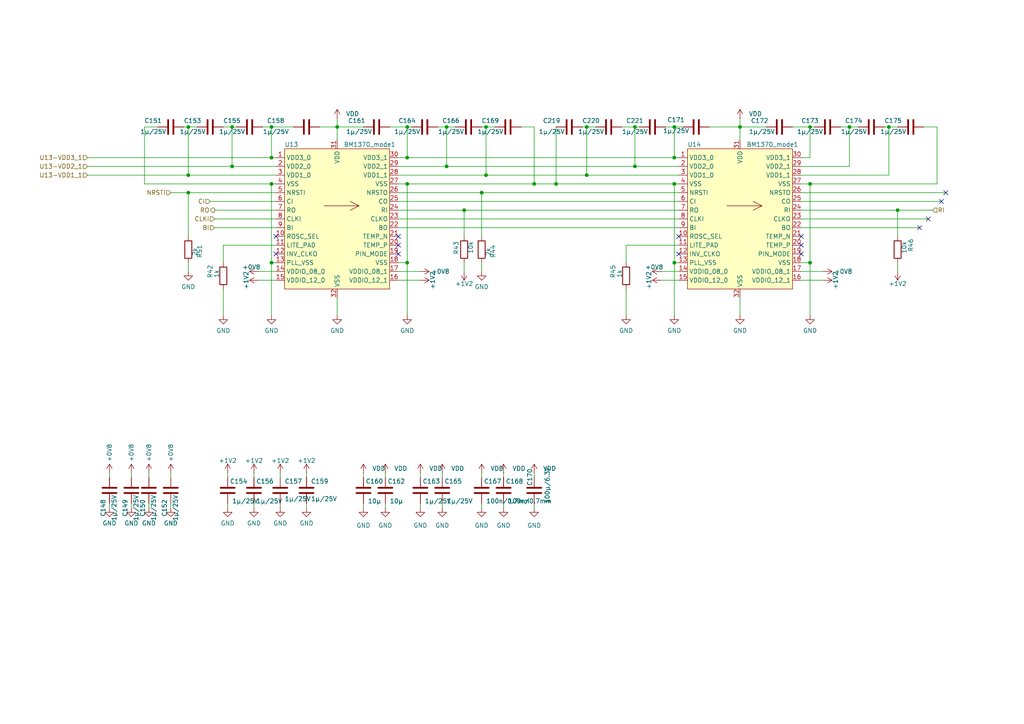
<source format=kicad_sch>
(kicad_sch (version 20231120) (generator "eeschema") (generator_version "8.0")
  (paper "A4")
  (lib_symbols
    (symbol "Device:C" (pin_numbers hide) (pin_names (offset 0.254))
      (property "Reference" "C" (at 0.635 2.54 0))
      (property "Value" "C" (at 0.635 -2.54 0))
      (symbol "C_0_1"
        (polyline (pts (xy -2.032 -0.762) (xy 2.032 -0.762)) (stroke (width 0.508)))
        (polyline (pts (xy -2.032 0.762) (xy 2.032 0.762)) (stroke (width 0.508)))
      )
      (symbol "C_1_1"
        (pin passive line (at 0 3.81 270) (length 2.794) (name "~") (number "1"))
        (pin passive line (at 0 -3.81 90) (length 2.794) (name "~") (number "2"))
      )
    )
    (symbol "Device:R" (pin_numbers hide) (pin_names (offset 0))
      (property "Reference" "R" (at 2.032 0 90))
      (property "Value" "R" (at 0 0 90))
      (symbol "R_0_1"
        (rectangle (start -1.016 -2.54) (end 1.016 2.54) (stroke (width 0.254)))
      )
      (symbol "R_1_1"
        (pin passive line (at 0 3.81 270) (length 1.27) (name "~") (number "1"))
        (pin passive line (at 0 -3.81 90) (length 1.27) (name "~") (number "2"))
      )
    )
    (symbol "GND_7" (power) (pin_names (offset 0))
      (property "Value" "GND_7" (at 0 -3.81 0))
      (symbol "GND_7_0_1"
        (polyline (pts (xy 0 0) (xy 0 -1.27) (xy 1.27 -1.27) (xy 0 -2.54) (xy -1.27 -1.27) (xy 0 -1.27)))
      )
      (symbol "GND_7_1_1"
        (pin power_in line (at 0 0 270) (length 0) hide (name "GND") (number "1"))
      )
    )
    (symbol "bitaxe:BM1370_mode1"
      (property "Reference" "U4" (at -15.24 21.59 0))
      (property "Value" "BM1370_mode1" (at 1.905 21.59 0))
      (symbol "BM1370_mode1_0_1"
        (rectangle (start -15.24 20.32) (end 15.24 -20.32) (fill (type background)))
        (polyline (pts (xy -3.81 3.81) (xy 6.35 3.81)))
        (polyline (pts (xy 3.81 2.54) (xy 6.35 3.81)))
        (polyline (pts (xy 3.81 5.08) (xy 6.35 3.81)))
      )
      (symbol "BM1370_mode1_1_1"
        (pin power_in line (at -17.78 17.78 0) (length 2.54) (name "VDD3_0") (number "1"))
        (pin unspecified line (at -17.78 -5.08 0) (length 2.54) (name "ROSC_SEL") (number "10"))
        (pin unspecified line (at -17.78 -7.62 0) (length 2.54) (name "LITE_PAD") (number "11"))
        (pin unspecified line (at -17.78 -10.16 0) (length 2.54) (name "INV_CLKO") (number "12"))
        (pin power_in line (at -17.78 -12.7 0) (length 2.54) (name "PLL_VSS") (number "13"))
        (pin power_in line (at -17.78 -15.24 0) (length 2.54) (name "VDDIO_08_0") (number "14"))
        (pin power_in line (at -17.78 -17.78 0) (length 2.54) (name "VDDIO_12_0") (number "15"))
        (pin power_in line (at 17.78 -17.78 180) (length 2.54) (name "VDDIO_12_1") (number "16"))
        (pin power_in line (at 17.78 -15.24 180) (length 2.54) (name "VDDIO_08_1") (number "17"))
        (pin power_in line (at 17.78 -12.7 180) (length 2.54) (name "VSS") (number "18"))
        (pin input line (at 17.78 -10.16 180) (length 2.54) (name "PIN_MODE") (number "19"))
        (pin power_in line (at -17.78 15.24 0) (length 2.54) (name "VDD2_0") (number "2"))
        (pin unspecified line (at 17.78 -7.62 180) (length 2.54) (name "TEMP_P") (number "20"))
        (pin unspecified line (at 17.78 -5.08 180) (length 2.54) (name "TEMP_N") (number "21"))
        (pin output line (at 17.78 -2.54 180) (length 2.54) (name "BO") (number "22"))
        (pin output line (at 17.78 0 180) (length 2.54) (name "CLKO") (number "23"))
        (pin input line (at 17.78 2.54 180) (length 2.54) (name "RI") (number "24"))
        (pin output line (at 17.78 5.08 180) (length 2.54) (name "CO") (number "25"))
        (pin output line (at 17.78 7.62 180) (length 2.54) (name "NRSTO") (number "26"))
        (pin power_in line (at 17.78 10.16 180) (length 2.54) (name "VSS") (number "27"))
        (pin power_in line (at 17.78 12.7 180) (length 2.54) (name "VDD1_1") (number "28"))
        (pin power_in line (at 17.78 15.24 180) (length 2.54) (name "VDD2_1") (number "29"))
        (pin power_in line (at -17.78 12.7 0) (length 2.54) (name "VDD1_0") (number "3"))
        (pin power_in line (at 17.78 17.78 180) (length 2.54) (name "VDD3_1") (number "30"))
        (pin power_in line (at 0 22.86 270) (length 2.54) (name "VDD") (number "31"))
        (pin power_in line (at 0 -22.86 90) (length 2.54) (name "VSS") (number "32"))
        (pin power_in line (at -17.78 10.16 0) (length 2.54) (name "VSS") (number "4"))
        (pin input line (at -17.78 7.62 0) (length 2.54) (name "NRSTI") (number "5"))
        (pin input line (at -17.78 5.08 0) (length 2.54) (name "CI") (number "6"))
        (pin output line (at -17.78 2.54 0) (length 2.54) (name "RO") (number "7"))
        (pin input line (at -17.78 0 0) (length 2.54) (name "CLKI") (number "8"))
        (pin input line (at -17.78 -2.54 0) (length 2.54) (name "BI") (number "9"))
      )
    )
    (symbol "mylib7:+0V8" (power) (exclude_from_sim yes) (in_bom no) (on_board no)
      (property "Value" "+0V8" (at 0 3.175 90))
      (symbol "+0V8_0_1"
        (polyline (pts (xy -0.762 1.27) (xy 0 2.54)))
        (polyline (pts (xy 0 0) (xy 0 2.54)))
        (polyline (pts (xy 0 2.54) (xy 0.762 1.27)))
      )
      (symbol "+0V8_1_1"
        (pin power_in line (at 0 0 90) (length 0) hide (name "+0V8") (number "1"))
      )
    )
    (symbol "power:+1V2" (power) (pin_numbers hide) (pin_names (offset 0) hide)
      (property "Value" "+1V2" (at 0 3.556 0))
      (symbol "+1V2_0_1"
        (polyline (pts (xy -0.762 1.27) (xy 0 2.54)))
        (polyline (pts (xy 0 0) (xy 0 2.54)))
        (polyline (pts (xy 0 2.54) (xy 0.762 1.27)))
      )
      (symbol "+1V2_1_1"
        (pin power_in line (at 0 0 90) (length 0) (name "~") (number "1"))
      )
    )
    (symbol "power:GND" (power) (pin_names (offset 0))
      (property "Value" "GND" (at 0 -3.81 0))
      (symbol "GND_0_1"
        (polyline (pts (xy 0 0) (xy 0 -1.27) (xy 1.27 -1.27) (xy 0 -2.54) (xy -1.27 -1.27) (xy 0 -1.27)))
      )
      (symbol "GND_1_1"
        (pin power_in line (at 0 0 270) (length 0) hide (name "GND") (number "1"))
      )
    )
    (symbol "power:VDD" (power) (pin_numbers hide) (pin_names (offset 0) hide)
      (property "Value" "VDD" (at 0 3.556 0))
      (symbol "VDD_0_1"
        (polyline (pts (xy -0.762 1.27) (xy 0 2.54)))
        (polyline (pts (xy 0 0) (xy 0 2.54)))
        (polyline (pts (xy 0 2.54) (xy 0.762 1.27)))
      )
      (symbol "VDD_1_1"
        (pin power_in line (at 0 0 90) (length 0) (name "~") (number "1"))
      )
    )
  )
  (junction (at 118.11 45.72))
  (junction (at 184.15 36.83))
  (junction (at 67.31 36.83))
  (junction (at 118.11 36.83))
  (junction (at 170.18 50.8))
  (junction (at 246.38 36.83))
  (junction (at 257.81 36.83))
  (junction (at 78.74 76.2))
  (junction (at 140.97 50.8))
  (junction (at 154.94 53.34))
  (junction (at 195.58 36.83))
  (junction (at 54.61 50.8))
  (junction (at 139.7 55.88))
  (junction (at 134.62 60.96))
  (junction (at 54.61 55.88))
  (junction (at 67.31 48.26))
  (junction (at 234.95 53.34))
  (junction (at 78.74 45.72))
  (junction (at 234.95 76.2))
  (junction (at 97.79 36.83))
  (junction (at 78.74 36.83))
  (junction (at 195.58 45.72))
  (junction (at 129.54 36.83))
  (junction (at 184.15 48.26))
  (junction (at 118.11 53.34))
  (junction (at 214.63 36.83))
  (junction (at 78.74 53.34))
  (junction (at 195.58 76.2))
  (junction (at 118.11 76.2))
  (junction (at 140.97 36.83))
  (junction (at 260.35 60.96))
  (junction (at 234.95 36.83))
  (junction (at 129.54 48.26))
  (junction (at 54.61 36.83))
  (junction (at 170.18 36.83))
  (junction (at 161.29 53.34))
  (junction (at 195.58 53.34))
  (no_connect (at 266.7 66.04))
  (no_connect (at 196.85 68.58))
  (no_connect (at 115.57 68.58))
  (no_connect (at 115.57 73.66))
  (no_connect (at 196.85 73.66))
  (no_connect (at 269.24 63.5))
  (no_connect (at 232.41 73.66))
  (no_connect (at 115.57 71.12))
  (no_connect (at 232.41 71.12))
  (no_connect (at 274.32 55.88))
  (no_connect (at 80.01 68.58))
  (no_connect (at 80.01 73.66))
  (no_connect (at 273.05 58.42))
  (no_connect (at 232.41 68.58))
  (wire (pts (xy 115.57 50.8) (xy 140.97 50.8)))
  (wire (pts (xy 139.7 146.05) (xy 139.7 147.32)))
  (wire (pts (xy 170.18 36.83) (xy 172.72 36.83)))
  (wire (pts (xy 78.74 45.72) (xy 80.01 45.72)))
  (wire (pts (xy 260.35 60.96) (xy 260.35 68.58)))
  (wire (pts (xy 271.78 53.34) (xy 271.78 36.83)))
  (wire (pts (xy 196.85 53.34) (xy 195.58 53.34)))
  (wire (pts (xy 154.94 36.83) (xy 151.13 36.83)))
  (wire (pts (xy 234.95 53.34) (xy 234.95 76.2)))
  (wire (pts (xy 246.38 48.26) (xy 246.38 36.83)))
  (wire (pts (xy 74.93 81.28) (xy 80.01 81.28)))
  (wire (pts (xy 234.95 53.34) (xy 271.78 53.34)))
  (wire (pts (xy 181.61 71.12) (xy 196.85 71.12)))
  (wire (pts (xy 214.63 34.29) (xy 214.63 36.83)))
  (wire (pts (xy 88.9 146.05) (xy 88.9 147.32)))
  (wire (pts (xy 121.92 146.05) (xy 121.92 147.32)))
  (wire (pts (xy 234.95 36.83) (xy 236.22 36.83)))
  (wire (pts (xy 191.77 81.28) (xy 196.85 81.28)))
  (wire (pts (xy 260.35 76.2) (xy 260.35 78.74)))
  (wire (pts (xy 232.41 53.34) (xy 234.95 53.34)))
  (wire (pts (xy 134.62 60.96) (xy 196.85 60.96)))
  (wire (pts (xy 97.79 34.29) (xy 97.79 36.83)))
  (wire (pts (xy 198.12 36.83) (xy 195.58 36.83)))
  (wire (pts (xy 181.61 83.82) (xy 181.61 91.44)))
  (wire (pts (xy 195.58 76.2) (xy 195.58 91.44)))
  (wire (pts (xy 88.9 138.43) (xy 88.9 137.16)))
  (wire (pts (xy 97.79 86.36) (xy 97.79 91.44)))
  (wire (pts (xy 161.29 53.34) (xy 195.58 53.34)))
  (wire (pts (xy 154.94 53.34) (xy 154.94 36.83)))
  (wire (pts (xy 139.7 36.83) (xy 140.97 36.83)))
  (wire (pts (xy 118.11 53.34) (xy 154.94 53.34)))
  (wire (pts (xy 154.94 53.34) (xy 161.29 53.34)))
  (wire (pts (xy 118.11 76.2) (xy 118.11 91.44)))
  (wire (pts (xy 43.18 137.16) (xy 43.18 138.43)))
  (wire (pts (xy 78.74 76.2) (xy 78.74 91.44)))
  (wire (pts (xy 78.74 53.34) (xy 78.74 76.2)))
  (wire (pts (xy 78.74 53.34) (xy 41.91 53.34)))
  (wire (pts (xy 128.27 146.05) (xy 128.27 147.32)))
  (wire (pts (xy 49.53 137.16) (xy 49.53 138.43)))
  (wire (pts (xy 64.77 71.12) (xy 64.77 76.2)))
  (wire (pts (xy 67.31 36.83) (xy 68.58 36.83)))
  (wire (pts (xy 115.57 66.04) (xy 196.85 66.04)))
  (wire (pts (xy 128.27 137.16) (xy 128.27 138.43)))
  (wire (pts (xy 73.66 137.16) (xy 73.66 138.43)))
  (wire (pts (xy 134.62 60.96) (xy 134.62 68.58)))
  (wire (pts (xy 191.77 78.74) (xy 196.85 78.74)))
  (wire (pts (xy 97.79 36.83) (xy 97.79 40.64)))
  (wire (pts (xy 271.78 36.83) (xy 267.97 36.83)))
  (wire (pts (xy 113.03 36.83) (xy 118.11 36.83)))
  (wire (pts (xy 115.57 45.72) (xy 118.11 45.72)))
  (wire (pts (xy 234.95 45.72) (xy 234.95 36.83)))
  (wire (pts (xy 31.75 137.16) (xy 31.75 138.43)))
  (wire (pts (xy 41.91 53.34) (xy 41.91 36.83)))
  (wire (pts (xy 54.61 76.2) (xy 54.61 78.74)))
  (wire (pts (xy 111.76 146.05) (xy 111.76 147.32)))
  (wire (pts (xy 154.94 137.16) (xy 154.94 138.43)))
  (wire (pts (xy 170.18 50.8) (xy 196.85 50.8)))
  (wire (pts (xy 81.28 138.43) (xy 81.28 137.16)))
  (wire (pts (xy 129.54 48.26) (xy 129.54 36.83)))
  (wire (pts (xy 54.61 36.83) (xy 57.15 36.83)))
  (wire (pts (xy 115.57 78.74) (xy 121.92 78.74)))
  (wire (pts (xy 232.41 76.2) (xy 234.95 76.2)))
  (wire (pts (xy 78.74 36.83) (xy 85.09 36.83)))
  (wire (pts (xy 31.75 146.05) (xy 31.75 147.32)))
  (wire (pts (xy 184.15 36.83) (xy 184.15 48.26)))
  (wire (pts (xy 129.54 48.26) (xy 184.15 48.26)))
  (wire (pts (xy 64.77 71.12) (xy 80.01 71.12)))
  (wire (pts (xy 232.41 55.88) (xy 274.32 55.88)))
  (wire (pts (xy 269.24 63.5) (xy 232.41 63.5)))
  (wire (pts (xy 38.1 146.05) (xy 38.1 147.32)))
  (wire (pts (xy 54.61 50.8) (xy 80.01 50.8)))
  (wire (pts (xy 115.57 53.34) (xy 118.11 53.34)))
  (wire (pts (xy 54.61 50.8) (xy 54.61 36.83)))
  (wire (pts (xy 115.57 81.28) (xy 121.92 81.28)))
  (wire (pts (xy 38.1 137.16) (xy 38.1 138.43)))
  (wire (pts (xy 257.81 36.83) (xy 260.35 36.83)))
  (wire (pts (xy 181.61 71.12) (xy 181.61 76.2)))
  (wire (pts (xy 161.29 36.83) (xy 161.29 53.34)))
  (wire (pts (xy 25.4 50.8) (xy 54.61 50.8)))
  (wire (pts (xy 195.58 76.2) (xy 196.85 76.2)))
  (wire (pts (xy 256.54 36.83) (xy 257.81 36.83)))
  (wire (pts (xy 232.41 81.28) (xy 238.76 81.28)))
  (wire (pts (xy 180.34 36.83) (xy 184.15 36.83)))
  (wire (pts (xy 232.41 66.04) (xy 266.7 66.04)))
  (wire (pts (xy 146.05 137.16) (xy 146.05 138.43)))
  (wire (pts (xy 64.77 83.82) (xy 64.77 91.44)))
  (wire (pts (xy 54.61 55.88) (xy 54.61 68.58)))
  (wire (pts (xy 25.4 45.72) (xy 78.74 45.72)))
  (wire (pts (xy 214.63 36.83) (xy 222.25 36.83)))
  (wire (pts (xy 170.18 36.83) (xy 170.18 50.8)))
  (wire (pts (xy 62.23 63.5) (xy 80.01 63.5)))
  (wire (pts (xy 195.58 45.72) (xy 196.85 45.72)))
  (wire (pts (xy 140.97 36.83) (xy 143.51 36.83)))
  (wire (pts (xy 41.91 36.83) (xy 45.72 36.83)))
  (wire (pts (xy 195.58 53.34) (xy 195.58 76.2)))
  (wire (pts (xy 115.57 58.42) (xy 196.85 58.42)))
  (wire (pts (xy 127 36.83) (xy 129.54 36.83)))
  (wire (pts (xy 140.97 50.8) (xy 170.18 50.8)))
  (wire (pts (xy 232.41 48.26) (xy 246.38 48.26)))
  (wire (pts (xy 67.31 48.26) (xy 67.31 36.83)))
  (wire (pts (xy 115.57 48.26) (xy 129.54 48.26)))
  (wire (pts (xy 168.91 36.83) (xy 170.18 36.83)))
  (wire (pts (xy 115.57 60.96) (xy 134.62 60.96)))
  (wire (pts (xy 139.7 76.2) (xy 139.7 78.74)))
  (wire (pts (xy 74.93 78.74) (xy 80.01 78.74)))
  (wire (pts (xy 43.18 146.05) (xy 43.18 147.32)))
  (wire (pts (xy 232.41 45.72) (xy 234.95 45.72)))
  (wire (pts (xy 205.74 36.83) (xy 214.63 36.83)))
  (wire (pts (xy 25.4 48.26) (xy 67.31 48.26)))
  (wire (pts (xy 111.76 137.16) (xy 111.76 138.43)))
  (wire (pts (xy 62.23 66.04) (xy 80.01 66.04)))
  (wire (pts (xy 118.11 36.83) (xy 119.38 36.83)))
  (wire (pts (xy 64.77 36.83) (xy 67.31 36.83)))
  (wire (pts (xy 118.11 45.72) (xy 195.58 45.72)))
  (wire (pts (xy 214.63 86.36) (xy 214.63 91.44)))
  (wire (pts (xy 195.58 36.83) (xy 195.58 45.72)))
  (wire (pts (xy 67.31 48.26) (xy 80.01 48.26)))
  (wire (pts (xy 105.41 137.16) (xy 105.41 138.43)))
  (wire (pts (xy 232.41 78.74) (xy 238.76 78.74)))
  (wire (pts (xy 92.71 36.83) (xy 97.79 36.83)))
  (wire (pts (xy 115.57 63.5) (xy 196.85 63.5)))
  (wire (pts (xy 62.23 60.96) (xy 80.01 60.96)))
  (wire (pts (xy 105.41 146.05) (xy 105.41 147.32)))
  (wire (pts (xy 140.97 50.8) (xy 140.97 36.83)))
  (wire (pts (xy 229.87 36.83) (xy 234.95 36.83)))
  (wire (pts (xy 73.66 146.05) (xy 73.66 147.32)))
  (wire (pts (xy 243.84 36.83) (xy 246.38 36.83)))
  (wire (pts (xy 134.62 76.2) (xy 134.62 78.74)))
  (wire (pts (xy 139.7 55.88) (xy 196.85 55.88)))
  (wire (pts (xy 234.95 76.2) (xy 234.95 91.44)))
  (wire (pts (xy 129.54 36.83) (xy 132.08 36.83)))
  (wire (pts (xy 53.34 36.83) (xy 54.61 36.83)))
  (wire (pts (xy 49.53 146.05) (xy 49.53 147.32)))
  (wire (pts (xy 214.63 36.83) (xy 214.63 40.64)))
  (wire (pts (xy 139.7 55.88) (xy 139.7 68.58)))
  (wire (pts (xy 54.61 55.88) (xy 80.01 55.88)))
  (wire (pts (xy 78.74 76.2) (xy 80.01 76.2)))
  (wire (pts (xy 118.11 45.72) (xy 118.11 36.83)))
  (wire (pts (xy 232.41 60.96) (xy 260.35 60.96)))
  (wire (pts (xy 273.05 58.42) (xy 232.41 58.42)))
  (wire (pts (xy 66.04 146.05) (xy 66.04 147.32)))
  (wire (pts (xy 115.57 55.88) (xy 139.7 55.88)))
  (wire (pts (xy 184.15 36.83) (xy 185.42 36.83)))
  (wire (pts (xy 81.28 146.05) (xy 81.28 147.32)))
  (wire (pts (xy 257.81 50.8) (xy 257.81 36.83)))
  (wire (pts (xy 60.96 58.42) (xy 80.01 58.42)))
  (wire (pts (xy 139.7 137.16) (xy 139.7 138.43)))
  (wire (pts (xy 76.2 36.83) (xy 78.74 36.83)))
  (wire (pts (xy 115.57 76.2) (xy 118.11 76.2)))
  (wire (pts (xy 193.04 36.83) (xy 195.58 36.83)))
  (wire (pts (xy 121.92 137.16) (xy 121.92 138.43)))
  (wire (pts (xy 146.05 146.05) (xy 146.05 147.32)))
  (wire (pts (xy 232.41 50.8) (xy 257.81 50.8)))
  (wire (pts (xy 118.11 53.34) (xy 118.11 76.2)))
  (wire (pts (xy 184.15 48.26) (xy 196.85 48.26)))
  (wire (pts (xy 246.38 36.83) (xy 248.92 36.83)))
  (wire (pts (xy 260.35 60.96) (xy 270.51 60.96)))
  (wire (pts (xy 97.79 36.83) (xy 105.41 36.83)))
  (wire (pts (xy 66.04 137.16) (xy 66.04 138.43)))
  (wire (pts (xy 78.74 36.83) (xy 78.74 45.72)))
  (wire (pts (xy 80.01 53.34) (xy 78.74 53.34)))
  (wire (pts (xy 49.53 55.88) (xy 54.61 55.88)))
  (wire (pts (xy 154.94 146.05) (xy 154.94 147.32)))
  (hierarchical_label "RI" (shape input) (at 270.51 60.96 0))
  (hierarchical_label "BI" (shape input) (at 62.23 66.04 180))
  (hierarchical_label "CI" (shape input) (at 60.96 58.42 180))
  (hierarchical_label "RO" (shape output) (at 62.23 60.96 180))
  (hierarchical_label "NRSTI" (shape input) (at 49.53 55.88 180))
  (hierarchical_label "U13-VDD1_1" (shape input) (at 25.4 50.8 180))
  (hierarchical_label "U13-VDD3_1" (shape input) (at 25.4 45.72 180))
  (hierarchical_label "CLKI" (shape input) (at 62.23 63.5 180))
  (hierarchical_label "U13-VDD2_1" (shape input) (at 25.4 48.26 180))
  (symbol (lib_id "power:VDD") (at 139.7 137.16 0) (unit 1)
    (property "Reference" "#PWR0303" (effects (hide yes)))
    (property "Value" "VDD" (at 142.24 135.8899 0) (effects (justify left)))
    (property "Description" "Power symbol creates a global label with name \"VDD\"" (effects (hide yes)))
  )
  (symbol (lib_id "Device:C") (at 123.19 36.83 90) (unit 1)
    (property "Reference" "C164" (at 120.65 34.29 90) (effects (justify left bottom)))
    (property "Value" "1µ/25V" (at 121.92 37.465 90) (effects (justify left bottom)))
    (property "Footprint" "Capacitor_SMD:C_0805_2012Metric" (effects (hide yes)))
    (property "Description" "CAP CER 1UF 25V X7R 0805" (effects (hide yes)))
    (property "Distributor" "D" (effects (hide yes)))
    (property "Manufacturer" "CL21B105KAFNNNE" (effects (hide yes)))
    (property "OrderNr" "1276-1066-1-ND" (effects (hide yes)))
  )
  (symbol (lib_id "power:GND") (at 64.77 91.44 0) (mirror y) (unit 1)
    (property "Reference" "#PWR0278" (effects (hide yes)))
    (property "Value" "GND" (at 64.77 95.885 0))
  )
  (symbol (lib_id "Device:C") (at 121.92 142.24 0) (unit 1)
    (property "Reference" "C163" (at 122.555 140.335 0) (effects (justify left bottom)))
    (property "Value" "1µ/25V" (at 123.19 146.05 0) (effects (justify left bottom)))
    (property "Footprint" "Capacitor_SMD:C_0805_2012Metric" (effects (hide yes)))
    (property "Description" "CAP CER 1UF 25V X7R 0805" (effects (hide yes)))
    (property "Distributor" "D" (effects (hide yes)))
    (property "Manufacturer" "CL21B105KAFNNNE" (effects (hide yes)))
    (property "OrderNr" "1276-1066-1-ND" (effects (hide yes)))
  )
  (symbol (lib_id "power:+1V2") (at 88.9 137.16 0) (unit 1)
    (property "Reference" "#PWR0287" (effects (hide yes)))
    (property "Value" "+1V2" (at 88.9 133.604 0))
    (property "Description" "Power symbol creates a global label with name \"+1V2\"" (effects (hide yes)))
  )
  (symbol (lib_id "power:+1V2") (at 81.28 137.16 0) (unit 1)
    (property "Reference" "#PWR0285" (effects (hide yes)))
    (property "Value" "+1V2" (at 81.28 133.604 0))
    (property "Description" "Power symbol creates a global label with name \"+1V2\"" (effects (hide yes)))
  )
  (symbol (lib_id "Device:C") (at 165.1 36.83 90) (unit 1)
    (property "Reference" "C219" (at 162.56 34.29 90) (effects (justify left bottom)))
    (property "Value" "1µ/25V" (at 163.83 37.465 90) (effects (justify left bottom)))
    (property "Footprint" "Capacitor_SMD:C_0805_2012Metric" (effects (hide yes)))
    (property "Description" "CAP CER 1UF 25V X7R 0805" (effects (hide yes)))
    (property "Distributor" "D" (effects (hide yes)))
    (property "Manufacturer" "CL21B105KAFNNNE" (effects (hide yes)))
    (property "OrderNr" "1276-1066-1-ND" (effects (hide yes)))
  )
  (symbol (lib_id "Device:C") (at 264.16 36.83 90) (unit 1)
    (property "Reference" "C175" (at 261.62 34.29 90) (effects (justify left bottom)))
    (property "Value" "1µ/25V" (at 262.89 37.465 90) (effects (justify left bottom)))
    (property "Footprint" "Capacitor_SMD:C_0805_2012Metric" (effects (hide yes)))
    (property "Description" "CAP CER 1UF 25V X7R 0805" (effects (hide yes)))
    (property "Distributor" "D" (effects (hide yes)))
    (property "Manufacturer" "CL21B105KAFNNNE" (effects (hide yes)))
    (property "OrderNr" "1276-1066-1-ND" (effects (hide yes)))
  )
  (symbol (lib_id "power:GND") (at 139.7 78.74 0) (mirror y) (unit 1)
    (property "Reference" "#PWR0302" (effects (hide yes)))
    (property "Value" "GND" (at 139.7 83.185 0))
  )
  (symbol (lib_id "power:+1V2") (at 134.62 78.74 180) (unit 1)
    (property "Reference" "#PWR0301" (effects (hide yes)))
    (property "Value" "+1V2" (at 134.62 82.296 0))
    (property "Description" "Power symbol creates a global label with name \"+1V2\"" (effects (hide yes)))
  )
  (symbol (lib_id "Device:C") (at 66.04 142.24 0) (unit 1)
    (property "Reference" "C154" (at 66.675 140.335 0) (effects (justify left bottom)))
    (property "Value" "1µ/25V" (at 67.31 146.05 0) (effects (justify left bottom)))
    (property "Footprint" "Capacitor_SMD:C_0805_2012Metric" (effects (hide yes)))
    (property "Description" "CAP CER 1UF 25V X7R 0805" (effects (hide yes)))
    (property "Distributor" "D" (effects (hide yes)))
    (property "Manufacturer" "CL21B105KAFNNNE" (effects (hide yes)))
    (property "OrderNr" "1276-1066-1-ND" (effects (hide yes)))
  )
  (symbol (lib_id "power:+1V2") (at 73.66 137.16 0) (unit 1)
    (property "Reference" "#PWR0281" (effects (hide yes)))
    (property "Value" "+1V2" (at 73.66 133.604 0))
    (property "Description" "Power symbol creates a global label with name \"+1V2\"" (effects (hide yes)))
  )
  (symbol (lib_id "mylib7:+0V8") (at 38.1 137.16 0) (unit 1)
    (property "Reference" "#U027" (effects (hide yes)))
    (property "Value" "+0V8" (at 38.1 133.985 90) (effects (justify left)))
    (property "Distributor" "-" (effects (hide yes)))
  )
  (symbol (lib_id "Device:C") (at 88.9 142.24 0) (unit 1)
    (property "Reference" "C159" (at 90.17 140.335 0) (effects (justify left bottom)))
    (property "Value" "1µ/25V" (at 90.17 145.415 0) (effects (justify left bottom)))
    (property "Footprint" "Capacitor_SMD:C_0805_2012Metric" (effects (hide yes)))
    (property "Description" "CAP CER 1UF 25V X7R 0805" (effects (hide yes)))
    (property "Distributor" "D" (effects (hide yes)))
    (property "Manufacturer" "CL21B105KAFNNNE" (effects (hide yes)))
    (property "OrderNr" "1276-1066-1-ND" (effects (hide yes)))
  )
  (symbol (lib_id "power:VDD") (at 214.63 34.29 0) (unit 1)
    (property "Reference" "#PWR0312" (effects (hide yes)))
    (property "Value" "VDD" (at 217.17 33.0199 0) (effects (justify left)))
    (property "Description" "Power symbol creates a global label with name \"VDD\"" (effects (hide yes)))
  )
  (symbol (lib_id "power:VDD") (at 128.27 137.16 0) (unit 1)
    (property "Reference" "#PWR0299" (effects (hide yes)))
    (property "Value" "VDD" (at 130.81 135.8899 0) (effects (justify left)))
    (property "Description" "Power symbol creates a global label with name \"VDD\"" (effects (hide yes)))
  )
  (symbol (lib_id "Device:C") (at 109.22 36.83 90) (unit 1)
    (property "Reference" "C161" (at 106.045 34.29 90) (effects (justify left bottom)))
    (property "Value" "1µ/25V" (at 107.95 37.465 90) (effects (justify left bottom)))
    (property "Footprint" "Capacitor_SMD:C_0805_2012Metric" (effects (hide yes)))
    (property "Description" "CAP CER 1UF 25V X7R 0805" (effects (hide yes)))
    (property "Distributor" "D" (effects (hide yes)))
    (property "Manufacturer" "CL21B105KAFNNNE" (effects (hide yes)))
    (property "OrderNr" "1276-1066-1-ND" (effects (hide yes)))
  )
  (symbol (lib_id "power:+1V2") (at 121.92 81.28 270) (unit 1)
    (property "Reference" "#PWR0296" (effects (hide yes)))
    (property "Value" "+1V2" (at 125.476 81.28 0))
    (property "Description" "Power symbol creates a global label with name \"+1V2\"" (effects (hide yes)))
  )
  (symbol (lib_id "bitaxe:BM1370_mode1") (at 97.79 63.5 0) (unit 1)
    (property "Reference" "U13" (at 82.55 41.91 0) (effects (justify left)))
    (property "Value" "BM1370_mode1" (at 99.695 41.91 0) (effects (justify left)))
    (property "Footprint" "Nerd8:BM1370" (effects (hide yes)))
    (property "Manufacturer" "BM1370 BITMAIN" (effects (hide yes)))
    (property "OrderNr" "-" (effects (hide yes)))
  )
  (symbol (lib_id "power:GND") (at 195.58 91.44 0) (mirror y) (unit 1)
    (property "Reference" "#PWR0311" (effects (hide yes)))
    (property "Value" "GND" (at 195.58 95.885 0))
  )
  (symbol (lib_id "Device:R") (at 260.35 72.39 0) (unit 1)
    (property "Reference" "R46" (at 264.16 71.12 90))
    (property "Value" "10k" (at 262.255 71.755 90))
    (property "Footprint" "Resistor_SMD:R_0805_2012Metric" (effects (hide yes)))
    (property "Description" "RES 10K OHM 1% 1/8W 0805" (effects (hide yes)))
    (property "Distributor" "D" (effects (hide yes)))
    (property "Manufacturer" "RMCF0805FT10K0" (effects (hide yes)))
    (property "OrderNr" "RMCF0805FT10K0CT-ND" (effects (hide yes)))
  )
  (symbol (lib_name "GND_7") (lib_id "power:GND") (at 121.92 147.32 0) (unit 1)
    (property "Reference" "#PWR0298" (effects (hide yes)))
    (property "Value" "GND" (at 121.92 152.4 0))
  )
  (symbol (lib_id "power:GND") (at 78.74 91.44 0) (mirror y) (unit 1)
    (property "Reference" "#PWR0284" (effects (hide yes)))
    (property "Value" "GND" (at 78.74 95.885 0))
  )
  (symbol (lib_id "Device:C") (at 240.03 36.83 90) (unit 1)
    (property "Reference" "C173" (at 237.49 34.29 90) (effects (justify left bottom)))
    (property "Value" "1µ/25V" (at 238.76 37.465 90) (effects (justify left bottom)))
    (property "Footprint" "Capacitor_SMD:C_0805_2012Metric" (effects (hide yes)))
    (property "Description" "CAP CER 1UF 25V X7R 0805" (effects (hide yes)))
    (property "Distributor" "D" (effects (hide yes)))
    (property "Manufacturer" "CL21B105KAFNNNE" (effects (hide yes)))
    (property "OrderNr" "1276-1066-1-ND" (effects (hide yes)))
  )
  (symbol (lib_id "mylib7:+0V8") (at 74.93 78.74 90) (unit 1)
    (property "Reference" "#U032" (effects (hide yes)))
    (property "Value" "+0V8" (at 75.565 77.47 90) (effects (justify left)))
    (property "Distributor" "-" (effects (hide yes)))
  )
  (symbol (lib_id "power:+1V2") (at 74.93 81.28 90) (unit 1)
    (property "Reference" "#PWR0283" (effects (hide yes)))
    (property "Value" "+1V2" (at 71.374 81.28 0))
    (property "Description" "Power symbol creates a global label with name \"+1V2\"" (effects (hide yes)))
  )
  (symbol (lib_id "power:VDD") (at 105.41 137.16 0) (unit 1)
    (property "Reference" "#PWR0291" (effects (hide yes)))
    (property "Value" "VDD" (at 107.95 135.8899 0) (effects (justify left)))
    (property "Description" "Power symbol creates a global label with name \"VDD\"" (effects (hide yes)))
  )
  (symbol (lib_id "power:GND") (at 43.18 147.32 0) (mirror y) (unit 1)
    (property "Reference" "#PWR0276" (effects (hide yes)))
    (property "Value" "GND" (at 43.18 151.765 0))
  )
  (symbol (lib_id "Device:C") (at 73.66 142.24 0) (unit 1)
    (property "Reference" "C156" (at 74.295 140.335 0) (effects (justify left bottom)))
    (property "Value" "1µ/25V" (at 74.295 146.05 0) (effects (justify left bottom)))
    (property "Footprint" "Capacitor_SMD:C_0805_2012Metric" (effects (hide yes)))
    (property "Description" "CAP CER 1UF 25V X7R 0805" (effects (hide yes)))
    (property "Distributor" "D" (effects (hide yes)))
    (property "Manufacturer" "CL21B105KAFNNNE" (effects (hide yes)))
    (property "OrderNr" "1276-1066-1-ND" (effects (hide yes)))
  )
  (symbol (lib_id "power:VDD") (at 121.92 137.16 0) (unit 1)
    (property "Reference" "#PWR0297" (effects (hide yes)))
    (property "Value" "VDD" (at 124.46 135.8899 0) (effects (justify left)))
    (property "Description" "Power symbol creates a global label with name \"VDD\"" (effects (hide yes)))
  )
  (symbol (lib_id "power:GND") (at 73.66 147.32 0) (mirror y) (unit 1)
    (property "Reference" "#PWR0282" (effects (hide yes)))
    (property "Value" "GND" (at 73.66 151.765 0))
  )
  (symbol (lib_id "power:VDD") (at 154.94 137.16 0) (unit 1)
    (property "Reference" "#PWR0308" (effects (hide yes)))
    (property "Value" "VDD" (at 157.48 135.8899 0) (effects (justify left)))
    (property "Description" "Power symbol creates a global label with name \"VDD\"" (effects (hide yes)))
  )
  (symbol (lib_id "Device:C") (at 176.53 36.83 90) (unit 1)
    (property "Reference" "C220" (at 173.99 34.29 90) (effects (justify left bottom)))
    (property "Value" "1µ/25V" (at 175.26 37.465 90) (effects (justify left bottom)))
    (property "Footprint" "Capacitor_SMD:C_0805_2012Metric" (effects (hide yes)))
    (property "Description" "CAP CER 1UF 25V X7R 0805" (effects (hide yes)))
    (property "Distributor" "D" (effects (hide yes)))
    (property "Manufacturer" "CL21B105KAFNNNE" (effects (hide yes)))
    (property "OrderNr" "1276-1066-1-ND" (effects (hide yes)))
  )
  (symbol (lib_id "bitaxe:BM1370_mode1") (at 214.63 63.5 0) (unit 1)
    (property "Reference" "U14" (at 199.39 41.91 0) (effects (justify left)))
    (property "Value" "BM1370_mode1" (at 216.535 41.91 0) (effects (justify left)))
    (property "Footprint" "Nerd8:BM1370" (effects (hide yes)))
    (property "Manufacturer" "BM1370 BITMAIN" (effects (hide yes)))
    (property "OrderNr" "-" (effects (hide yes)))
  )
  (symbol (lib_id "power:VDD") (at 97.79 34.29 0) (unit 1)
    (property "Reference" "#PWR0289" (effects (hide yes)))
    (property "Value" "VDD" (at 100.33 33.0199 0) (effects (justify left)))
    (property "Description" "Power symbol creates a global label with name \"VDD\"" (effects (hide yes)))
  )
  (symbol (lib_name "GND_7") (lib_id "power:GND") (at 105.41 147.32 0) (unit 1)
    (property "Reference" "#PWR0292" (effects (hide yes)))
    (property "Value" "GND" (at 105.41 152.4 0))
  )
  (symbol (lib_id "Device:C") (at 135.89 36.83 90) (unit 1)
    (property "Reference" "C166" (at 133.35 34.29 90) (effects (justify left bottom)))
    (property "Value" "1µ/25V" (at 134.62 37.465 90) (effects (justify left bottom)))
    (property "Footprint" "Capacitor_SMD:C_0805_2012Metric" (effects (hide yes)))
    (property "Description" "CAP CER 1UF 25V X7R 0805" (effects (hide yes)))
    (property "Distributor" "D" (effects (hide yes)))
    (property "Manufacturer" "CL21B105KAFNNNE" (effects (hide yes)))
    (property "OrderNr" "1276-1066-1-ND" (effects (hide yes)))
  )
  (symbol (lib_name "GND_7") (lib_id "power:GND") (at 146.05 147.32 0) (unit 1)
    (property "Reference" "#PWR0307" (effects (hide yes)))
    (property "Value" "GND" (at 146.05 152.4 0))
  )
  (symbol (lib_id "Device:C") (at 189.23 36.83 90) (unit 1)
    (property "Reference" "C221" (at 186.69 34.29 90) (effects (justify left bottom)))
    (property "Value" "1µ/25V" (at 187.96 37.465 90) (effects (justify left bottom)))
    (property "Footprint" "Capacitor_SMD:C_0805_2012Metric" (effects (hide yes)))
    (property "Description" "CAP CER 1UF 25V X7R 0805" (effects (hide yes)))
    (property "Distributor" "D" (effects (hide yes)))
    (property "Manufacturer" "CL21B105KAFNNNE" (effects (hide yes)))
    (property "OrderNr" "1276-1066-1-ND" (effects (hide yes)))
  )
  (symbol (lib_id "power:GND") (at 81.28 147.32 0) (mirror y) (unit 1)
    (property "Reference" "#PWR0286" (effects (hide yes)))
    (property "Value" "GND" (at 81.28 151.765 0))
  )
  (symbol (lib_id "Device:C") (at 43.18 142.24 180) (unit 1)
    (property "Reference" "C150" (at 40.64 144.78 90) (effects (justify left bottom)))
    (property "Value" "1µ/25V" (at 43.815 143.51 90) (effects (justify left bottom)))
    (property "Footprint" "Capacitor_SMD:C_0805_2012Metric" (effects (hide yes)))
    (property "Description" "CAP CER 1UF 25V X7R 0805" (effects (hide yes)))
    (property "Distributor" "D" (effects (hide yes)))
    (property "Manufacturer" "CL21B105KAFNNNE" (effects (hide yes)))
    (property "OrderNr" "1276-1066-1-ND" (effects (hide yes)))
  )
  (symbol (lib_id "Device:C") (at 49.53 36.83 90) (unit 1)
    (property "Reference" "C151" (at 46.99 34.29 90) (effects (justify left bottom)))
    (property "Value" "1µ/25V" (at 48.26 37.465 90) (effects (justify left bottom)))
    (property "Footprint" "Capacitor_SMD:C_0805_2012Metric" (effects (hide yes)))
    (property "Description" "CAP CER 1UF 25V X7R 0805" (effects (hide yes)))
    (property "Distributor" "D" (effects (hide yes)))
    (property "Manufacturer" "CL21B105KAFNNNE" (effects (hide yes)))
    (property "OrderNr" "1276-1066-1-ND" (effects (hide yes)))
  )
  (symbol (lib_id "mylib7:+0V8") (at 191.77 78.74 90) (unit 1)
    (property "Reference" "#U035" (effects (hide yes)))
    (property "Value" "+0V8" (at 192.405 77.47 90) (effects (justify left)))
    (property "Distributor" "-" (effects (hide yes)))
  )
  (symbol (lib_id "power:+1V2") (at 260.35 78.74 180) (unit 1)
    (property "Reference" "#PWR0316" (effects (hide yes)))
    (property "Value" "+1V2" (at 260.35 82.296 0))
    (property "Description" "Power symbol creates a global label with name \"+1V2\"" (effects (hide yes)))
  )
  (symbol (lib_id "Device:C") (at 111.76 142.24 0) (unit 1)
    (property "Reference" "C162" (at 112.395 140.335 0) (effects (justify left bottom)))
    (property "Value" "10µ" (at 113.03 146.05 0) (effects (justify left bottom)))
    (property "Footprint" "Capacitor_SMD:C_0805_2012Metric" (effects (hide yes)))
    (property "Description" "CAP CER 10UF 25V X5R 0805" (effects (hide yes)))
    (property "Distributor" "D" (effects (hide yes)))
    (property "Manufacturer" "C2012X5R1E106K125AB" (effects (hide yes)))
    (property "OrderNr" "445-5984-1-ND" (effects (hide yes)))
  )
  (symbol (lib_id "power:+1V2") (at 191.77 81.28 90) (unit 1)
    (property "Reference" "#PWR0310" (effects (hide yes)))
    (property "Value" "+1V2" (at 188.214 81.28 0))
    (property "Description" "Power symbol creates a global label with name \"+1V2\"" (effects (hide yes)))
  )
  (symbol (lib_id "Device:R") (at 54.61 72.39 0) (mirror x) (unit 1)
    (property "Reference" "R51" (at 57.912 72.898 90))
    (property "Value" "2k" (at 56.515 73.025 90))
    (property "Footprint" "Resistor_SMD:R_0805_2012Metric" (effects (hide yes)))
    (property "Description" "RES SMD 2K OHM 1% 1/8W 0805" (effects (hide yes)))
    (property "Distributor" "D" (effects (hide yes)))
    (property "Manufacturer" "CRG0805F2K0" (effects (hide yes)))
    (property "OrderNr" "A126358CT-ND" (effects (hide yes)))
  )
  (symbol (lib_id "mylib7:+0V8") (at 43.18 137.16 0) (unit 1)
    (property "Reference" "#U028" (effects (hide yes)))
    (property "Value" "+0V8" (at 43.18 133.985 90) (effects (justify left)))
    (property "Distributor" "-" (effects (hide yes)))
  )
  (symbol (lib_id "Device:C") (at 201.93 36.83 90) (unit 1)
    (property "Reference" "C171" (at 198.628 34.036 90) (effects (justify left bottom)))
    (property "Value" "1µ/25V" (at 199.898 37.211 90) (effects (justify left bottom)))
    (property "Footprint" "Capacitor_SMD:C_0805_2012Metric" (effects (hide yes)))
    (property "Description" "CAP CER 1UF 25V X7R 0805" (effects (hide yes)))
    (property "Distributor" "D" (effects (hide yes)))
    (property "Manufacturer" "CL21B105KAFNNNE" (effects (hide yes)))
    (property "OrderNr" "1276-1066-1-ND" (effects (hide yes)))
  )
  (symbol (lib_id "Device:C") (at 60.96 36.83 90) (unit 1)
    (property "Reference" "C153" (at 58.42 34.29 90) (effects (justify left bottom)))
    (property "Value" "1µ/25V" (at 59.69 37.465 90) (effects (justify left bottom)))
    (property "Footprint" "Capacitor_SMD:C_0805_2012Metric" (effects (hide yes)))
    (property "Description" "CAP CER 1UF 25V X7R 0805" (effects (hide yes)))
    (property "Distributor" "D" (effects (hide yes)))
    (property "Manufacturer" "CL21B105KAFNNNE" (effects (hide yes)))
    (property "OrderNr" "1276-1066-1-ND" (effects (hide yes)))
  )
  (symbol (lib_id "Device:C") (at 147.32 36.83 90) (unit 1)
    (property "Reference" "C169" (at 144.78 34.29 90) (effects (justify left bottom)))
    (property "Value" "1µ/25V" (at 146.05 37.465 90) (effects (justify left bottom)))
    (property "Footprint" "Capacitor_SMD:C_0805_2012Metric" (effects (hide yes)))
    (property "Description" "CAP CER 1UF 25V X7R 0805" (effects (hide yes)))
    (property "Distributor" "D" (effects (hide yes)))
    (property "Manufacturer" "CL21B105KAFNNNE" (effects (hide yes)))
    (property "OrderNr" "1276-1066-1-ND" (effects (hide yes)))
  )
  (symbol (lib_id "power:GND") (at 31.75 147.32 0) (mirror y) (unit 1)
    (property "Reference" "#PWR0274" (effects (hide yes)))
    (property "Value" "GND" (at 31.75 151.765 0))
  )
  (symbol (lib_name "GND_7") (lib_id "power:GND") (at 128.27 147.32 0) (unit 1)
    (property "Reference" "#PWR0300" (effects (hide yes)))
    (property "Value" "GND" (at 128.27 152.4 0))
  )
  (symbol (lib_id "mylib7:+0V8") (at 31.75 137.16 0) (unit 1)
    (property "Reference" "#U026" (effects (hide yes)))
    (property "Value" "+0V8" (at 31.75 133.985 90) (effects (justify left)))
    (property "Distributor" "-" (effects (hide yes)))
  )
  (symbol (lib_id "Device:R") (at 64.77 80.01 0) (mirror y) (unit 1)
    (property "Reference" "R42" (at 60.96 78.74 90))
    (property "Value" "1k" (at 62.865 79.375 90))
    (property "Footprint" "Resistor_SMD:R_0805_2012Metric" (effects (hide yes)))
    (property "Description" "RES 1K OHM 1% 1/4W 0805" (effects (hide yes)))
    (property "Distributor" "D" (effects (hide yes)))
    (property "Manufacturer" "RNCP0805FTD1K00" (effects (hide yes)))
    (property "OrderNr" "RNCP0805FTD1K00CT-ND" (effects (hide yes)))
  )
  (symbol (lib_id "mylib7:+0V8") (at 121.92 78.74 270) (unit 1)
    (property "Reference" "#U033" (effects (hide yes)))
    (property "Value" "+0V8" (at 125.095 78.74 90) (effects (justify left)))
    (property "Distributor" "-" (effects (hide yes)))
  )
  (symbol (lib_id "Device:C") (at 31.75 142.24 180) (unit 1)
    (property "Reference" "C148" (at 29.21 144.78 90) (effects (justify left bottom)))
    (property "Value" "1µ/25V" (at 32.385 143.51 90) (effects (justify left bottom)))
    (property "Footprint" "Capacitor_SMD:C_0805_2012Metric" (effects (hide yes)))
    (property "Description" "CAP CER 1UF 25V X7R 0805" (effects (hide yes)))
    (property "Distributor" "D" (effects (hide yes)))
    (property "Manufacturer" "CL21B105KAFNNNE" (effects (hide yes)))
    (property "OrderNr" "1276-1066-1-ND" (effects (hide yes)))
  )
  (symbol (lib_id "Device:C") (at 38.1 142.24 180) (unit 1)
    (property "Reference" "C149" (at 35.56 144.78 90) (effects (justify left bottom)))
    (property "Value" "1µ/25V" (at 38.735 143.51 90) (effects (justify left bottom)))
    (property "Footprint" "Capacitor_SMD:C_0805_2012Metric" (effects (hide yes)))
    (property "Description" "CAP CER 1UF 25V X7R 0805" (effects (hide yes)))
    (property "Distributor" "D" (effects (hide yes)))
    (property "Manufacturer" "CL21B105KAFNNNE" (effects (hide yes)))
    (property "OrderNr" "1276-1066-1-ND" (effects (hide yes)))
  )
  (symbol (lib_id "power:GND") (at 118.11 91.44 0) (mirror y) (unit 1)
    (property "Reference" "#PWR0295" (effects (hide yes)))
    (property "Value" "GND" (at 118.11 95.885 0))
  )
  (symbol (lib_id "power:GND") (at 214.63 91.44 0) (mirror y) (unit 1)
    (property "Reference" "#PWR0313" (effects (hide yes)))
    (property "Value" "GND" (at 214.63 95.885 0))
  )
  (symbol (lib_id "Device:C") (at 146.05 142.24 0) (unit 1)
    (property "Reference" "C168" (at 146.685 140.335 0) (effects (justify left bottom)))
    (property "Value" "100n/0.7mm" (at 147.32 146.05 0) (effects (justify left bottom)))
    (property "Footprint" "Capacitor_SMD:C_0805_2012Metric" (effects (hide yes)))
    (property "Description" "CAP CER 0.1UF 50V X7R 0805" (effects (hide yes)))
    (property "Distributor" "D" (effects (hide yes)))
    (property "Manufacturer" "AC0805KRX7R9BB104" (effects (hide yes)))
    (property "OrderNr" "311-3037-1-ND" (effects (hide yes)))
  )
  (symbol (lib_id "Device:C") (at 49.53 142.24 180) (unit 1)
    (property "Reference" "C152" (at 46.99 144.78 90) (effects (justify left bottom)))
    (property "Value" "1µ/25V" (at 50.165 143.51 90) (effects (justify left bottom)))
    (property "Footprint" "Capacitor_SMD:C_0805_2012Metric" (effects (hide yes)))
    (property "Description" "CAP CER 1UF 25V X7R 0805" (effects (hide yes)))
    (property "Distributor" "D" (effects (hide yes)))
    (property "Manufacturer" "CL21B105KAFNNNE" (effects (hide yes)))
    (property "OrderNr" "1276-1066-1-ND" (effects (hide yes)))
  )
  (symbol (lib_name "GND_7") (lib_id "power:GND") (at 111.76 147.32 0) (unit 1)
    (property "Reference" "#PWR0294" (effects (hide yes)))
    (property "Value" "GND" (at 111.76 152.4 0))
  )
  (symbol (lib_id "power:GND") (at 66.04 147.32 0) (mirror y) (unit 1)
    (property "Reference" "#PWR0280" (effects (hide yes)))
    (property "Value" "GND" (at 66.04 151.765 0))
  )
  (symbol (lib_id "power:+1V2") (at 66.04 137.16 0) (unit 1)
    (property "Reference" "#PWR0279" (effects (hide yes)))
    (property "Value" "+1V2" (at 66.04 133.604 0))
    (property "Description" "Power symbol creates a global label with name \"+1V2\"" (effects (hide yes)))
  )
  (symbol (lib_id "Device:R") (at 181.61 80.01 0) (mirror y) (unit 1)
    (property "Reference" "R45" (at 177.8 78.74 90))
    (property "Value" "1k" (at 179.705 79.375 90))
    (property "Footprint" "Resistor_SMD:R_0805_2012Metric" (effects (hide yes)))
    (property "Description" "RES 1K OHM 1% 1/4W 0805" (effects (hide yes)))
    (property "Distributor" "D" (effects (hide yes)))
    (property "Manufacturer" "RNCP0805FTD1K00" (effects (hide yes)))
    (property "OrderNr" "RNCP0805FTD1K00CT-ND" (effects (hide yes)))
  )
  (symbol (lib_id "Device:C") (at 88.9 36.83 90) (unit 1)
    (property "Reference" "C158" (at 82.55 34.29 90) (effects (justify left bottom)))
    (property "Value" "1µ/25V" (at 83.82 37.465 90) (effects (justify left bottom)))
    (property "Footprint" "Capacitor_SMD:C_0805_2012Metric" (effects (hide yes)))
    (property "Description" "CAP CER 1UF 25V X7R 0805" (effects (hide yes)))
    (property "Distributor" "D" (effects (hide yes)))
    (property "Manufacturer" "CL21B105KAFNNNE" (effects (hide yes)))
    (property "OrderNr" "1276-1066-1-ND" (effects (hide yes)))
  )
  (symbol (lib_id "power:GND") (at 97.79 91.44 0) (mirror y) (unit 1)
    (property "Reference" "#PWR0290" (effects (hide yes)))
    (property "Value" "GND" (at 97.79 95.885 0))
  )
  (symbol (lib_id "Device:R") (at 134.62 72.39 0) (unit 1)
    (property "Reference" "R43" (at 132.334 71.882 90))
    (property "Value" "10k" (at 136.525 71.755 90))
    (property "Footprint" "Resistor_SMD:R_0805_2012Metric" (effects (hide yes)))
    (property "Description" "RES 10K OHM 1% 1/8W 0805" (effects (hide yes)))
    (property "Distributor" "D" (effects (hide yes)))
    (property "Manufacturer" "RMCF0805FT10K0" (effects (hide yes)))
    (property "OrderNr" "RMCF0805FT10K0CT-ND" (effects (hide yes)))
  )
  (symbol (lib_id "power:GND") (at 54.61 78.74 0) (mirror y) (unit 1)
    (property "Reference" "#PWR0341" (effects (hide yes)))
    (property "Value" "GND" (at 54.61 83.185 0))
  )
  (symbol (lib_id "power:GND") (at 49.53 147.32 0) (mirror y) (unit 1)
    (property "Reference" "#PWR0277" (effects (hide yes)))
    (property "Value" "GND" (at 49.53 151.765 0))
  )
  (symbol (lib_id "Device:C") (at 128.27 142.24 0) (unit 1)
    (property "Reference" "C165" (at 128.905 140.335 0) (effects (justify left bottom)))
    (property "Value" "1µ/25V" (at 129.54 146.05 0) (effects (justify left bottom)))
    (property "Footprint" "Capacitor_SMD:C_0805_2012Metric" (effects (hide yes)))
    (property "Description" "CAP CER 1UF 25V X7R 0805" (effects (hide yes)))
    (property "Distributor" "D" (effects (hide yes)))
    (property "Manufacturer" "CL21B105KAFNNNE" (effects (hide yes)))
    (property "OrderNr" "1276-1066-1-ND" (effects (hide yes)))
  )
  (symbol (lib_id "power:GND") (at 38.1 147.32 0) (mirror y) (unit 1)
    (property "Reference" "#PWR0275" (effects (hide yes)))
    (property "Value" "GND" (at 38.1 151.765 0))
  )
  (symbol (lib_id "Device:C") (at 226.06 36.83 90) (unit 1)
    (property "Reference" "C172" (at 222.885 34.29 90) (effects (justify left bottom)))
    (property "Value" "1µ/25V" (at 224.79 37.465 90) (effects (justify left bottom)))
    (property "Footprint" "Capacitor_SMD:C_0805_2012Metric" (effects (hide yes)))
    (property "Description" "CAP CER 1UF 25V X7R 0805" (effects (hide yes)))
    (property "Distributor" "D" (effects (hide yes)))
    (property "Manufacturer" "CL21B105KAFNNNE" (effects (hide yes)))
    (property "OrderNr" "1276-1066-1-ND" (effects (hide yes)))
  )
  (symbol (lib_id "Device:C") (at 154.94 142.24 0) (unit 1)
    (property "Reference" "C170" (at 153.67 140.97 90) (effects (justify left)))
    (property "Value" "100µ/6.3V" (at 158.75 146.05 90) (effects (justify left)))
    (property "Footprint" "Capacitor_SMD:C_1210_3225Metric" (effects (hide yes)))
    (property "Description" "CAP CER 100UF 10V X5R 1210" (effects (hide yes)))
    (property "Distributor" "D" (effects (hide yes)))
    (property "Manufacturer" "C1210C107M8PAC7800" (effects (hide yes)))
    (property "OrderNr" "399-C1210C107M8PAC7800CT-ND" (effects (hide yes)))
  )
  (symbol (lib_id "Device:C") (at 252.73 36.83 90) (unit 1)
    (property "Reference" "C174" (at 250.19 34.29 90) (effects (justify left bottom)))
    (property "Value" "1µ/25V" (at 251.46 37.465 90) (effects (justify left bottom)))
    (property "Footprint" "Capacitor_SMD:C_0805_2012Metric" (effects (hide yes)))
    (property "Description" "CAP CER 1UF 25V X7R 0805" (effects (hide yes)))
    (property "Distributor" "D" (effects (hide yes)))
    (property "Manufacturer" "CL21B105KAFNNNE" (effects (hide yes)))
    (property "OrderNr" "1276-1066-1-ND" (effects (hide yes)))
  )
  (symbol (lib_id "power:GND") (at 234.95 91.44 0) (mirror y) (unit 1)
    (property "Reference" "#PWR0314" (effects (hide yes)))
    (property "Value" "GND" (at 234.95 95.885 0))
  )
  (symbol (lib_id "mylib7:+0V8") (at 238.76 78.74 270) (unit 1)
    (property "Reference" "#U036" (effects (hide yes)))
    (property "Value" "+0V8" (at 241.935 78.74 90) (effects (justify left)))
    (property "Distributor" "-" (effects (hide yes)))
  )
  (symbol (lib_id "power:VDD") (at 146.05 137.16 0) (unit 1)
    (property "Reference" "#PWR0306" (effects (hide yes)))
    (property "Value" "VDD" (at 148.59 135.8899 0) (effects (justify left)))
    (property "Description" "Power symbol creates a global label with name \"VDD\"" (effects (hide yes)))
  )
  (symbol (lib_id "power:GND") (at 154.94 147.32 0) (mirror y) (unit 1)
    (property "Reference" "#PWR0309" (effects (hide yes)))
    (property "Value" "GND" (at 154.94 152.4 0))
  )
  (symbol (lib_id "Device:C") (at 105.41 142.24 0) (unit 1)
    (property "Reference" "C160" (at 106.045 140.335 0) (effects (justify left bottom)))
    (property "Value" "10µ" (at 106.68 146.05 0) (effects (justify left bottom)))
    (property "Footprint" "Capacitor_SMD:C_0805_2012Metric" (effects (hide yes)))
    (property "Description" "CAP CER 10UF 25V X5R 0805" (effects (hide yes)))
    (property "Distributor" "D" (effects (hide yes)))
    (property "Manufacturer" "C2012X5R1E106K125AB" (effects (hide yes)))
    (property "OrderNr" "445-5984-1-ND" (effects (hide yes)))
  )
  (symbol (lib_id "mylib7:+0V8") (at 49.53 137.16 0) (unit 1)
    (property "Reference" "#U030" (effects (hide yes)))
    (property "Value" "+0V8" (at 49.53 133.985 90) (effects (justify left)))
    (property "Distributor" "-" (effects (hide yes)))
  )
  (symbol (lib_id "power:+1V2") (at 238.76 81.28 270) (unit 1)
    (property "Reference" "#PWR0315" (effects (hide yes)))
    (property "Value" "+1V2" (at 242.316 81.28 0))
    (property "Description" "Power symbol creates a global label with name \"+1V2\"" (effects (hide yes)))
  )
  (symbol (lib_id "power:GND") (at 181.61 91.44 0) (mirror y) (unit 1)
    (property "Reference" "#PWR0305" (effects (hide yes)))
    (property "Value" "GND" (at 181.61 95.885 0))
  )
  (symbol (lib_id "Device:C") (at 139.7 142.24 0) (unit 1)
    (property "Reference" "C167" (at 140.335 140.335 0) (effects (justify left bottom)))
    (property "Value" "100n/0.7mm" (at 140.97 146.05 0) (effects (justify left bottom)))
    (property "Footprint" "Capacitor_SMD:C_0805_2012Metric" (effects (hide yes)))
    (property "Description" "CAP CER 0.1UF 50V X7R 0805" (effects (hide yes)))
    (property "Distributor" "D" (effects (hide yes)))
    (property "Manufacturer" "AC0805KRX7R9BB104" (effects (hide yes)))
    (property "OrderNr" "311-3037-1-ND" (effects (hide yes)))
  )
  (symbol (lib_id "power:VDD") (at 111.76 137.16 0) (unit 1)
    (property "Reference" "#PWR0293" (effects (hide yes)))
    (property "Value" "VDD" (at 114.3 135.8899 0) (effects (justify left)))
    (property "Description" "Power symbol creates a global label with name \"VDD\"" (effects (hide yes)))
  )
  (symbol (lib_id "Device:C") (at 72.39 36.83 90) (unit 1)
    (property "Reference" "C155" (at 69.85 34.29 90) (effects (justify left bottom)))
    (property "Value" "1µ/25V" (at 71.12 37.465 90) (effects (justify left bottom)))
    (property "Footprint" "Capacitor_SMD:C_0805_2012Metric" (effects (hide yes)))
    (property "Description" "CAP CER 1UF 25V X7R 0805" (effects (hide yes)))
    (property "Distributor" "D" (effects (hide yes)))
    (property "Manufacturer" "CL21B105KAFNNNE" (effects (hide yes)))
    (property "OrderNr" "1276-1066-1-ND" (effects (hide yes)))
  )
  (symbol (lib_name "GND_7") (lib_id "power:GND") (at 139.7 147.32 0) (unit 1)
    (property "Reference" "#PWR0304" (effects (hide yes)))
    (property "Value" "GND" (at 139.7 152.4 0))
  )
  (symbol (lib_id "power:GND") (at 88.9 147.32 0) (mirror y) (unit 1)
    (property "Reference" "#PWR0288" (effects (hide yes)))
    (property "Value" "GND" (at 88.9 151.765 0))
  )
  (symbol (lib_id "Device:C") (at 81.28 142.24 0) (unit 1)
    (property "Reference" "C157" (at 82.55 140.335 0) (effects (justify left bottom)))
    (property "Value" "1µ/25V" (at 82.55 145.415 0) (effects (justify left bottom)))
    (property "Footprint" "Capacitor_SMD:C_0805_2012Metric" (effects (hide yes)))
    (property "Description" "CAP CER 1UF 25V X7R 0805" (effects (hide yes)))
    (property "Distributor" "D" (effects (hide yes)))
    (property "Manufacturer" "CL21B105KAFNNNE" (effects (hide yes)))
    (property "OrderNr" "1276-1066-1-ND" (effects (hide yes)))
  )
  (symbol (lib_id "Device:R") (at 139.7 72.39 0) (mirror x) (unit 1)
    (property "Reference" "R44" (at 143.002 72.898 90))
    (property "Value" "2k" (at 141.605 73.025 90))
    (property "Footprint" "Resistor_SMD:R_0805_2012Metric" (effects (hide yes)))
    (property "Description" "RES SMD 2K OHM 1% 1/8W 0805" (effects (hide yes)))
    (property "Distributor" "D" (effects (hide yes)))
    (property "Manufacturer" "CRG0805F2K0" (effects (hide yes)))
    (property "OrderNr" "A126358CT-ND" (effects (hide yes)))
  )
)
</source>
